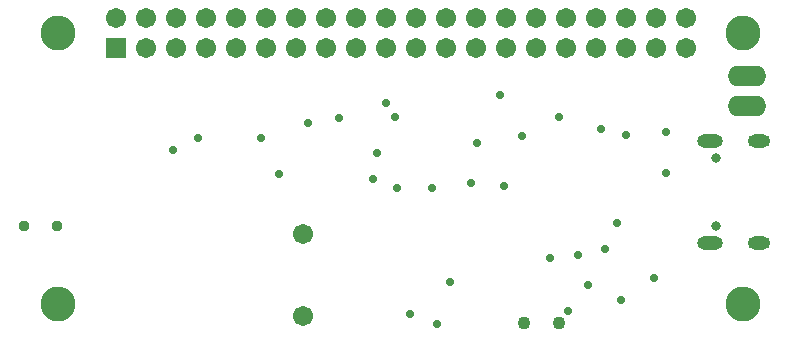
<source format=gbs>
G04*
G04 #@! TF.GenerationSoftware,Altium Limited,Altium Designer,24.0.1 (36)*
G04*
G04 Layer_Color=16711935*
%FSLAX44Y44*%
%MOMM*%
G71*
G04*
G04 #@! TF.SameCoordinates,AAA4E2E7-C06B-4B28-9501-2596A0623A30*
G04*
G04*
G04 #@! TF.FilePolarity,Negative*
G04*
G01*
G75*
%ADD71C,1.1032*%
%ADD72O,3.2512X1.7272*%
%ADD73C,0.8032*%
%ADD74O,2.2032X1.1032*%
%ADD75O,1.9032X1.1032*%
%ADD76C,1.7032*%
%ADD77C,2.9532*%
%ADD78C,1.7112*%
%ADD79R,1.7112X1.7112*%
%ADD80C,0.9533*%
%ADD81C,0.7112*%
D71*
X1089646Y917956D02*
D03*
X1119646D02*
D03*
D72*
X1278382Y1127252D02*
D03*
Y1101852D02*
D03*
D73*
X1252504Y1000054D02*
D03*
Y1057854D02*
D03*
D74*
X1247604Y985704D02*
D03*
Y1072204D02*
D03*
D75*
X1289304Y985704D02*
D03*
Y1072204D02*
D03*
D76*
X903224Y993850D02*
D03*
Y923850D02*
D03*
D77*
X1275520Y1164020D02*
D03*
Y934020D02*
D03*
X695520Y1164020D02*
D03*
Y934020D02*
D03*
D78*
X1226820Y1176720D02*
D03*
Y1151320D02*
D03*
X1201420Y1176720D02*
D03*
Y1151320D02*
D03*
X1176020Y1176720D02*
D03*
Y1151320D02*
D03*
X1150620Y1176720D02*
D03*
Y1151320D02*
D03*
X1125220Y1176720D02*
D03*
Y1151320D02*
D03*
X1099820Y1176720D02*
D03*
Y1151320D02*
D03*
X1074420Y1176720D02*
D03*
Y1151320D02*
D03*
X1049020Y1176720D02*
D03*
Y1151320D02*
D03*
X1023620Y1176720D02*
D03*
Y1151320D02*
D03*
X998220Y1176720D02*
D03*
Y1151320D02*
D03*
X972820Y1176720D02*
D03*
Y1151320D02*
D03*
X947420Y1176720D02*
D03*
Y1151320D02*
D03*
X922020Y1176720D02*
D03*
Y1151320D02*
D03*
X896620Y1176720D02*
D03*
Y1151320D02*
D03*
X871220Y1176720D02*
D03*
Y1151320D02*
D03*
X845820Y1176720D02*
D03*
Y1151320D02*
D03*
X820420Y1176720D02*
D03*
Y1151320D02*
D03*
X795020Y1176720D02*
D03*
Y1151320D02*
D03*
X769620Y1176720D02*
D03*
Y1151320D02*
D03*
X744220Y1176720D02*
D03*
D79*
Y1151320D02*
D03*
D80*
X666971Y1000760D02*
D03*
X694469D02*
D03*
D81*
X980593Y1093111D02*
D03*
X972820Y1104900D02*
D03*
X867309Y1075331D02*
D03*
X1172464Y937768D02*
D03*
X1027430Y952754D02*
D03*
X933196Y1091692D02*
D03*
X906780Y1087374D02*
D03*
X1011682Y1032510D02*
D03*
X982472Y1032764D02*
D03*
X1127146Y928222D02*
D03*
X1158748Y980948D02*
D03*
X1112266Y973582D02*
D03*
X1073150Y1034542D02*
D03*
X962152Y1039876D02*
D03*
X792937Y1064678D02*
D03*
X1016508Y917702D02*
D03*
X993648Y925830D02*
D03*
X882137Y1044848D02*
D03*
X1069980Y1111626D02*
D03*
X965708Y1062228D02*
D03*
X814324Y1075182D02*
D03*
X1087882Y1076452D02*
D03*
X1050290Y1070864D02*
D03*
X1044956Y1036828D02*
D03*
X1168908Y1002792D02*
D03*
X1135634Y976122D02*
D03*
X1155446Y1082548D02*
D03*
X1209802Y1079754D02*
D03*
X1199642Y956310D02*
D03*
X1119632Y1092454D02*
D03*
X1144270Y950468D02*
D03*
X1176020Y1077468D02*
D03*
X1210310Y1045718D02*
D03*
M02*

</source>
